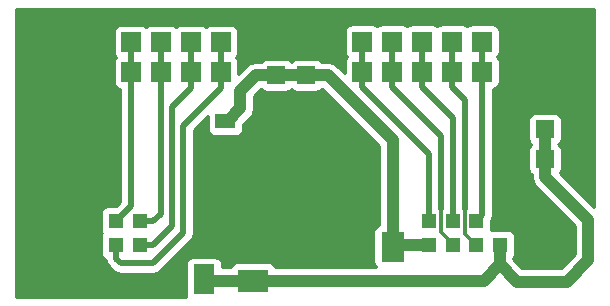
<source format=gbr>
G04 #@! TF.FileFunction,Copper,L2,Bot,Signal*
%FSLAX46Y46*%
G04 Gerber Fmt 4.6, Leading zero omitted, Abs format (unit mm)*
G04 Created by KiCad (PCBNEW 0.201503110816+5502~22~ubuntu14.10.1-product) date St 11. březen 2015, 18:04:12 CET*
%MOMM*%
G01*
G04 APERTURE LIST*
%ADD10C,0.100000*%
%ADD11R,1.300000X1.300000*%
%ADD12R,1.950720X2.499360*%
%ADD13R,1.651000X1.651000*%
%ADD14C,6.000000*%
%ADD15C,4.000000*%
%ADD16R,1.800860X2.499360*%
%ADD17R,1.699260X1.300480*%
%ADD18R,2.499360X1.950720*%
%ADD19R,1.524000X1.524000*%
%ADD20C,1.000000*%
%ADD21C,0.500000*%
%ADD22C,0.400000*%
%ADD23C,0.300000*%
%ADD24C,0.254000*%
G04 APERTURE END LIST*
D10*
D11*
X143316600Y-55949800D03*
X143316600Y-53949800D03*
X145316600Y-55949800D03*
X145316600Y-53949800D03*
X147316600Y-55949800D03*
X147316600Y-53949800D03*
X149316600Y-55949800D03*
X149316600Y-53949800D03*
D12*
X137134600Y-56108600D03*
X140233400Y-56108600D03*
D13*
X137668000Y-41275000D03*
X137668000Y-38735000D03*
X142748000Y-41275000D03*
X142748000Y-38735000D03*
X147828000Y-41275000D03*
X147828000Y-38735000D03*
X140208000Y-41275000D03*
X140208000Y-38735000D03*
X145288000Y-41275000D03*
X145288000Y-38735000D03*
X118084600Y-41325800D03*
X118084600Y-38785800D03*
X120624600Y-41325800D03*
X120624600Y-38785800D03*
D11*
X116816600Y-53949800D03*
X118816600Y-53949800D03*
X116816600Y-55949800D03*
X118816600Y-55949800D03*
D13*
X125704600Y-41325800D03*
X125704600Y-38785800D03*
X123164600Y-41325800D03*
X123164600Y-38785800D03*
D14*
X153136600Y-40109800D03*
X112496600Y-40109800D03*
D15*
X153316600Y-55549800D03*
X112316600Y-55549800D03*
D14*
X132816600Y-50269800D03*
D16*
X124256800Y-54871620D03*
X124256800Y-58869580D03*
D17*
X126085600Y-48943260D03*
X126085600Y-45443140D03*
D18*
X128422400Y-55880000D03*
X128422400Y-58978800D03*
D19*
X155676600Y-46151800D03*
X155676600Y-48691800D03*
X153136600Y-46151800D03*
X153136600Y-48691800D03*
X150596600Y-46151800D03*
X150596600Y-48691800D03*
X132943600Y-44119800D03*
X130403600Y-44119800D03*
X132943600Y-41579800D03*
X130403600Y-41579800D03*
X132943600Y-39039800D03*
X130403600Y-39039800D03*
D20*
X149316600Y-55949800D02*
X149316600Y-57599800D01*
X149316600Y-57599800D02*
X147937600Y-58978800D01*
X147937600Y-58978800D02*
X130672080Y-58978800D01*
X130672080Y-58978800D02*
X128422400Y-58978800D01*
X156816601Y-53869799D02*
X153136600Y-50189798D01*
X149316600Y-57599800D02*
X150766601Y-59049801D01*
X156816601Y-57229801D02*
X156816601Y-53869799D01*
X150766601Y-59049801D02*
X154996601Y-59049801D01*
X154996601Y-59049801D02*
X156816601Y-57229801D01*
X153136600Y-50189798D02*
X153136600Y-48691800D01*
X149294600Y-55971800D02*
X149316600Y-55949800D01*
X153120600Y-48707800D02*
X153136600Y-48691800D01*
X153136600Y-46151800D02*
X153136600Y-48691800D01*
X124366020Y-58978800D02*
X124256800Y-58869580D01*
X128422400Y-58978800D02*
X124366020Y-58978800D01*
X140252200Y-56159400D02*
X140252200Y-47062900D01*
X143316600Y-55949800D02*
X140461800Y-55949800D01*
X140461800Y-55949800D02*
X140252200Y-56159400D01*
X140252200Y-47062900D02*
X134769100Y-41579800D01*
X134769100Y-41579800D02*
X132229100Y-41579800D01*
X132229100Y-41579800D02*
X130403600Y-41579800D01*
X134769100Y-41579800D02*
X132943600Y-41579800D01*
X126284990Y-45443140D02*
X126085600Y-45443140D01*
X128641600Y-41579800D02*
X130403600Y-41579800D01*
X127334156Y-42887244D02*
X128641600Y-41579800D01*
X127334156Y-44393974D02*
X127334156Y-42887244D01*
X127334156Y-44393974D02*
X126284990Y-45443140D01*
D21*
X137668000Y-42600500D02*
X143316600Y-48249100D01*
X143316600Y-52799800D02*
X143316600Y-53949800D01*
X143316600Y-48249100D02*
X143316600Y-52799800D01*
X137668000Y-41275000D02*
X137668000Y-42600500D01*
X137668000Y-38735000D02*
X137668000Y-41275000D01*
X142748000Y-41275000D02*
X142748000Y-42600500D01*
X142748000Y-38735000D02*
X142748000Y-41275000D01*
X145316600Y-45169100D02*
X145316600Y-52799800D01*
X142748000Y-42600500D02*
X145316600Y-45169100D01*
X145316600Y-52799800D02*
X145316600Y-53949800D01*
X147828000Y-38735000D02*
X147828000Y-41275000D01*
X147828000Y-41275000D02*
X147828000Y-53438400D01*
X147828000Y-53438400D02*
X147316600Y-53949800D01*
D22*
X147316600Y-53949800D02*
X147316600Y-53793800D01*
D23*
X147316600Y-55949800D02*
X147313600Y-55949800D01*
X147313600Y-55949800D02*
X146366599Y-55002799D01*
X146366599Y-55002799D02*
X146366599Y-52899799D01*
D21*
X146366599Y-43679099D02*
X146366599Y-52899799D01*
X145288000Y-42600500D02*
X146366599Y-43679099D01*
X145288000Y-41275000D02*
X145288000Y-42600500D01*
X145288000Y-38735000D02*
X145288000Y-41275000D01*
X140208000Y-42600500D02*
X144366599Y-46759099D01*
X144366599Y-46759099D02*
X144366599Y-52899799D01*
D23*
X145316600Y-55839798D02*
X144366599Y-54889797D01*
X145316600Y-55949800D02*
X145316600Y-55839798D01*
X144366599Y-54889797D02*
X144366599Y-52899799D01*
D21*
X140208000Y-41275000D02*
X140208000Y-42600500D01*
X140208000Y-38735000D02*
X140208000Y-41275000D01*
X118084600Y-41325800D02*
X118084600Y-52681800D01*
X118084600Y-52681800D02*
X116816600Y-53949800D01*
X118084600Y-38785800D02*
X118084600Y-41325800D01*
X119966600Y-55949800D02*
X118816600Y-55949800D01*
X123164600Y-38785800D02*
X123164600Y-41325800D01*
X123164600Y-42651300D02*
X121561267Y-44254633D01*
X121561267Y-44254633D02*
X121561267Y-54355133D01*
X123164600Y-41325800D02*
X123164600Y-42651300D01*
X121561267Y-54355133D02*
X119966600Y-55949800D01*
X120624600Y-41325800D02*
X120624600Y-53291800D01*
X120624600Y-53291800D02*
X119966600Y-53949800D01*
X120624600Y-38785800D02*
X120624600Y-41325800D01*
X119966600Y-53949800D02*
X118816600Y-53949800D01*
X125704600Y-38785800D02*
X125704600Y-41325800D01*
X116816600Y-57099800D02*
X116816600Y-55949800D01*
X117222400Y-57505600D02*
X116816600Y-57099800D01*
X119938800Y-57505600D02*
X117222400Y-57505600D01*
X122504992Y-54939408D02*
X119938800Y-57505600D01*
X122504992Y-45850908D02*
X122504992Y-54939408D01*
X125704600Y-42651300D02*
X122504992Y-45850908D01*
X125704600Y-41325800D02*
X125704600Y-42651300D01*
D24*
G36*
X157275600Y-52723666D02*
X154399016Y-49847082D01*
X154495977Y-49703440D01*
X154546040Y-49453800D01*
X154546040Y-47929800D01*
X154499063Y-47687677D01*
X154359273Y-47474873D01*
X154281058Y-47422077D01*
X154353527Y-47374473D01*
X154495977Y-47163440D01*
X154546040Y-46913800D01*
X154546040Y-45389800D01*
X154499063Y-45147677D01*
X154359273Y-44934873D01*
X154148240Y-44792423D01*
X153898600Y-44742360D01*
X152374600Y-44742360D01*
X152132477Y-44789337D01*
X151919673Y-44929127D01*
X151777223Y-45140160D01*
X151727160Y-45389800D01*
X151727160Y-46913800D01*
X151774137Y-47155923D01*
X151913927Y-47368727D01*
X151992141Y-47421522D01*
X151919673Y-47469127D01*
X151777223Y-47680160D01*
X151727160Y-47929800D01*
X151727160Y-49453800D01*
X151774137Y-49695923D01*
X151913927Y-49908727D01*
X152001600Y-49967907D01*
X152001600Y-50189798D01*
X152087997Y-50624144D01*
X152334034Y-50992364D01*
X155681601Y-54339931D01*
X155681601Y-56759669D01*
X154526469Y-57914801D01*
X151236732Y-57914801D01*
X150451600Y-57129668D01*
X150451600Y-57015921D01*
X150563977Y-56849440D01*
X150614040Y-56599800D01*
X150614040Y-55299800D01*
X150567063Y-55057677D01*
X150427273Y-54844873D01*
X150216240Y-54702423D01*
X149966600Y-54652360D01*
X148666600Y-54652360D01*
X148600944Y-54665098D01*
X148614040Y-54599800D01*
X148614040Y-53824357D01*
X148614040Y-53824356D01*
X148645633Y-53777075D01*
X148645633Y-53777074D01*
X148656810Y-53720884D01*
X148713000Y-53438400D01*
X148713001Y-53438400D01*
X148713000Y-53438394D01*
X148713000Y-42736395D01*
X148895623Y-42700963D01*
X149108427Y-42561173D01*
X149250877Y-42350140D01*
X149300940Y-42100500D01*
X149300940Y-40449500D01*
X149253963Y-40207377D01*
X149120194Y-40003739D01*
X149250877Y-39810140D01*
X149300940Y-39560500D01*
X149300940Y-37909500D01*
X149253963Y-37667377D01*
X149114173Y-37454573D01*
X148903140Y-37312123D01*
X148653500Y-37262060D01*
X147002500Y-37262060D01*
X146760377Y-37309037D01*
X146556739Y-37442805D01*
X146363140Y-37312123D01*
X146113500Y-37262060D01*
X144462500Y-37262060D01*
X144220377Y-37309037D01*
X144016739Y-37442805D01*
X143823140Y-37312123D01*
X143573500Y-37262060D01*
X141922500Y-37262060D01*
X141680377Y-37309037D01*
X141476739Y-37442805D01*
X141283140Y-37312123D01*
X141033500Y-37262060D01*
X139382500Y-37262060D01*
X139140377Y-37309037D01*
X138936739Y-37442805D01*
X138743140Y-37312123D01*
X138493500Y-37262060D01*
X136842500Y-37262060D01*
X136600377Y-37309037D01*
X136387573Y-37448827D01*
X136245123Y-37659860D01*
X136195060Y-37909500D01*
X136195060Y-39560500D01*
X136242037Y-39802623D01*
X136375805Y-40006260D01*
X136245123Y-40199860D01*
X136195060Y-40449500D01*
X136195060Y-41400628D01*
X135571666Y-40777234D01*
X135203446Y-40531197D01*
X134769100Y-40444800D01*
X134220090Y-40444800D01*
X134166273Y-40362873D01*
X133955240Y-40220423D01*
X133705600Y-40170360D01*
X132181600Y-40170360D01*
X131939477Y-40217337D01*
X131726673Y-40357127D01*
X131673877Y-40435341D01*
X131626273Y-40362873D01*
X131415240Y-40220423D01*
X131165600Y-40170360D01*
X129641600Y-40170360D01*
X129399477Y-40217337D01*
X129186673Y-40357127D01*
X129127492Y-40444800D01*
X128641600Y-40444800D01*
X128207254Y-40531197D01*
X127839034Y-40777234D01*
X127177540Y-41438728D01*
X127177540Y-40500300D01*
X127130563Y-40258177D01*
X126996794Y-40054539D01*
X127127477Y-39860940D01*
X127177540Y-39611300D01*
X127177540Y-37960300D01*
X127130563Y-37718177D01*
X126990773Y-37505373D01*
X126779740Y-37362923D01*
X126530100Y-37312860D01*
X124879100Y-37312860D01*
X124636977Y-37359837D01*
X124433339Y-37493605D01*
X124239740Y-37362923D01*
X123990100Y-37312860D01*
X122339100Y-37312860D01*
X122096977Y-37359837D01*
X121893339Y-37493605D01*
X121699740Y-37362923D01*
X121450100Y-37312860D01*
X119799100Y-37312860D01*
X119556977Y-37359837D01*
X119353339Y-37493605D01*
X119159740Y-37362923D01*
X118910100Y-37312860D01*
X117259100Y-37312860D01*
X117016977Y-37359837D01*
X116804173Y-37499627D01*
X116661723Y-37710660D01*
X116611660Y-37960300D01*
X116611660Y-39611300D01*
X116658637Y-39853423D01*
X116792405Y-40057060D01*
X116661723Y-40250660D01*
X116611660Y-40500300D01*
X116611660Y-42151300D01*
X116658637Y-42393423D01*
X116798427Y-42606227D01*
X117009460Y-42748677D01*
X117199600Y-42786807D01*
X117199600Y-52315220D01*
X116862460Y-52652360D01*
X116166600Y-52652360D01*
X115924477Y-52699337D01*
X115711673Y-52839127D01*
X115569223Y-53050160D01*
X115519160Y-53299800D01*
X115519160Y-54599800D01*
X115566137Y-54841923D01*
X115636984Y-54949774D01*
X115569223Y-55050160D01*
X115519160Y-55299800D01*
X115519160Y-56599800D01*
X115566137Y-56841923D01*
X115705927Y-57054727D01*
X115916960Y-57197177D01*
X115952381Y-57204280D01*
X115952382Y-57204280D01*
X115987789Y-57382284D01*
X115998967Y-57438475D01*
X116190810Y-57725590D01*
X116596607Y-58131386D01*
X116596610Y-58131390D01*
X116596611Y-58131390D01*
X116883725Y-58323233D01*
X116883726Y-58323233D01*
X116939915Y-58334410D01*
X117222400Y-58390601D01*
X117222400Y-58390600D01*
X117222405Y-58390600D01*
X119938794Y-58390600D01*
X119938800Y-58390601D01*
X119938800Y-58390600D01*
X120221284Y-58334410D01*
X120277474Y-58323233D01*
X120277475Y-58323233D01*
X120564590Y-58131390D01*
X123130778Y-55565200D01*
X123130782Y-55565198D01*
X123130782Y-55565197D01*
X123258967Y-55373354D01*
X123322625Y-55278083D01*
X123322626Y-55278082D01*
X123389992Y-54939408D01*
X123389993Y-54939408D01*
X123389992Y-54939402D01*
X123389992Y-46217487D01*
X124588530Y-45018949D01*
X124588530Y-46093380D01*
X124635507Y-46335503D01*
X124775297Y-46548307D01*
X124986330Y-46690757D01*
X125235970Y-46740820D01*
X126935230Y-46740820D01*
X127177353Y-46693843D01*
X127390157Y-46554053D01*
X127532607Y-46343020D01*
X127582670Y-46093380D01*
X127582670Y-45750592D01*
X128136722Y-45196540D01*
X128382759Y-44828320D01*
X128382759Y-44828319D01*
X128469156Y-44393974D01*
X128469156Y-43357376D01*
X129111732Y-42714800D01*
X129127109Y-42714800D01*
X129180927Y-42796727D01*
X129391960Y-42939177D01*
X129641600Y-42989240D01*
X131165600Y-42989240D01*
X131407723Y-42942263D01*
X131620527Y-42802473D01*
X131673322Y-42724258D01*
X131720927Y-42796727D01*
X131931960Y-42939177D01*
X132181600Y-42989240D01*
X133705600Y-42989240D01*
X133947723Y-42942263D01*
X134160527Y-42802473D01*
X134219707Y-42714800D01*
X134298968Y-42714800D01*
X139117200Y-47533032D01*
X139117200Y-54238805D01*
X139015917Y-54258457D01*
X138803113Y-54398247D01*
X138660663Y-54609280D01*
X138610600Y-54858920D01*
X138610600Y-57358280D01*
X138657577Y-57600403D01*
X138797367Y-57813207D01*
X138842689Y-57843800D01*
X130672080Y-57843800D01*
X130288546Y-57843800D01*
X130272543Y-57761317D01*
X130132753Y-57548513D01*
X129921720Y-57406063D01*
X129672080Y-57356000D01*
X127172720Y-57356000D01*
X126930597Y-57402977D01*
X126717793Y-57542767D01*
X126575343Y-57753800D01*
X126557294Y-57843800D01*
X125804670Y-57843800D01*
X125804670Y-57619900D01*
X125757693Y-57377777D01*
X125617903Y-57164973D01*
X125406870Y-57022523D01*
X125157230Y-56972460D01*
X123356370Y-56972460D01*
X123114247Y-57019437D01*
X122901443Y-57159227D01*
X122758993Y-57370260D01*
X122708930Y-57619900D01*
X122708930Y-60119260D01*
X122755907Y-60361383D01*
X122765902Y-60376600D01*
X108357600Y-60376600D01*
X108357600Y-35970800D01*
X157275600Y-35970800D01*
X157275600Y-52723666D01*
X157275600Y-52723666D01*
G37*
X157275600Y-52723666D02*
X154399016Y-49847082D01*
X154495977Y-49703440D01*
X154546040Y-49453800D01*
X154546040Y-47929800D01*
X154499063Y-47687677D01*
X154359273Y-47474873D01*
X154281058Y-47422077D01*
X154353527Y-47374473D01*
X154495977Y-47163440D01*
X154546040Y-46913800D01*
X154546040Y-45389800D01*
X154499063Y-45147677D01*
X154359273Y-44934873D01*
X154148240Y-44792423D01*
X153898600Y-44742360D01*
X152374600Y-44742360D01*
X152132477Y-44789337D01*
X151919673Y-44929127D01*
X151777223Y-45140160D01*
X151727160Y-45389800D01*
X151727160Y-46913800D01*
X151774137Y-47155923D01*
X151913927Y-47368727D01*
X151992141Y-47421522D01*
X151919673Y-47469127D01*
X151777223Y-47680160D01*
X151727160Y-47929800D01*
X151727160Y-49453800D01*
X151774137Y-49695923D01*
X151913927Y-49908727D01*
X152001600Y-49967907D01*
X152001600Y-50189798D01*
X152087997Y-50624144D01*
X152334034Y-50992364D01*
X155681601Y-54339931D01*
X155681601Y-56759669D01*
X154526469Y-57914801D01*
X151236732Y-57914801D01*
X150451600Y-57129668D01*
X150451600Y-57015921D01*
X150563977Y-56849440D01*
X150614040Y-56599800D01*
X150614040Y-55299800D01*
X150567063Y-55057677D01*
X150427273Y-54844873D01*
X150216240Y-54702423D01*
X149966600Y-54652360D01*
X148666600Y-54652360D01*
X148600944Y-54665098D01*
X148614040Y-54599800D01*
X148614040Y-53824357D01*
X148614040Y-53824356D01*
X148645633Y-53777075D01*
X148645633Y-53777074D01*
X148656810Y-53720884D01*
X148713000Y-53438400D01*
X148713001Y-53438400D01*
X148713000Y-53438394D01*
X148713000Y-42736395D01*
X148895623Y-42700963D01*
X149108427Y-42561173D01*
X149250877Y-42350140D01*
X149300940Y-42100500D01*
X149300940Y-40449500D01*
X149253963Y-40207377D01*
X149120194Y-40003739D01*
X149250877Y-39810140D01*
X149300940Y-39560500D01*
X149300940Y-37909500D01*
X149253963Y-37667377D01*
X149114173Y-37454573D01*
X148903140Y-37312123D01*
X148653500Y-37262060D01*
X147002500Y-37262060D01*
X146760377Y-37309037D01*
X146556739Y-37442805D01*
X146363140Y-37312123D01*
X146113500Y-37262060D01*
X144462500Y-37262060D01*
X144220377Y-37309037D01*
X144016739Y-37442805D01*
X143823140Y-37312123D01*
X143573500Y-37262060D01*
X141922500Y-37262060D01*
X141680377Y-37309037D01*
X141476739Y-37442805D01*
X141283140Y-37312123D01*
X141033500Y-37262060D01*
X139382500Y-37262060D01*
X139140377Y-37309037D01*
X138936739Y-37442805D01*
X138743140Y-37312123D01*
X138493500Y-37262060D01*
X136842500Y-37262060D01*
X136600377Y-37309037D01*
X136387573Y-37448827D01*
X136245123Y-37659860D01*
X136195060Y-37909500D01*
X136195060Y-39560500D01*
X136242037Y-39802623D01*
X136375805Y-40006260D01*
X136245123Y-40199860D01*
X136195060Y-40449500D01*
X136195060Y-41400628D01*
X135571666Y-40777234D01*
X135203446Y-40531197D01*
X134769100Y-40444800D01*
X134220090Y-40444800D01*
X134166273Y-40362873D01*
X133955240Y-40220423D01*
X133705600Y-40170360D01*
X132181600Y-40170360D01*
X131939477Y-40217337D01*
X131726673Y-40357127D01*
X131673877Y-40435341D01*
X131626273Y-40362873D01*
X131415240Y-40220423D01*
X131165600Y-40170360D01*
X129641600Y-40170360D01*
X129399477Y-40217337D01*
X129186673Y-40357127D01*
X129127492Y-40444800D01*
X128641600Y-40444800D01*
X128207254Y-40531197D01*
X127839034Y-40777234D01*
X127177540Y-41438728D01*
X127177540Y-40500300D01*
X127130563Y-40258177D01*
X126996794Y-40054539D01*
X127127477Y-39860940D01*
X127177540Y-39611300D01*
X127177540Y-37960300D01*
X127130563Y-37718177D01*
X126990773Y-37505373D01*
X126779740Y-37362923D01*
X126530100Y-37312860D01*
X124879100Y-37312860D01*
X124636977Y-37359837D01*
X124433339Y-37493605D01*
X124239740Y-37362923D01*
X123990100Y-37312860D01*
X122339100Y-37312860D01*
X122096977Y-37359837D01*
X121893339Y-37493605D01*
X121699740Y-37362923D01*
X121450100Y-37312860D01*
X119799100Y-37312860D01*
X119556977Y-37359837D01*
X119353339Y-37493605D01*
X119159740Y-37362923D01*
X118910100Y-37312860D01*
X117259100Y-37312860D01*
X117016977Y-37359837D01*
X116804173Y-37499627D01*
X116661723Y-37710660D01*
X116611660Y-37960300D01*
X116611660Y-39611300D01*
X116658637Y-39853423D01*
X116792405Y-40057060D01*
X116661723Y-40250660D01*
X116611660Y-40500300D01*
X116611660Y-42151300D01*
X116658637Y-42393423D01*
X116798427Y-42606227D01*
X117009460Y-42748677D01*
X117199600Y-42786807D01*
X117199600Y-52315220D01*
X116862460Y-52652360D01*
X116166600Y-52652360D01*
X115924477Y-52699337D01*
X115711673Y-52839127D01*
X115569223Y-53050160D01*
X115519160Y-53299800D01*
X115519160Y-54599800D01*
X115566137Y-54841923D01*
X115636984Y-54949774D01*
X115569223Y-55050160D01*
X115519160Y-55299800D01*
X115519160Y-56599800D01*
X115566137Y-56841923D01*
X115705927Y-57054727D01*
X115916960Y-57197177D01*
X115952381Y-57204280D01*
X115952382Y-57204280D01*
X115987789Y-57382284D01*
X115998967Y-57438475D01*
X116190810Y-57725590D01*
X116596607Y-58131386D01*
X116596610Y-58131390D01*
X116596611Y-58131390D01*
X116883725Y-58323233D01*
X116883726Y-58323233D01*
X116939915Y-58334410D01*
X117222400Y-58390601D01*
X117222400Y-58390600D01*
X117222405Y-58390600D01*
X119938794Y-58390600D01*
X119938800Y-58390601D01*
X119938800Y-58390600D01*
X120221284Y-58334410D01*
X120277474Y-58323233D01*
X120277475Y-58323233D01*
X120564590Y-58131390D01*
X123130778Y-55565200D01*
X123130782Y-55565198D01*
X123130782Y-55565197D01*
X123258967Y-55373354D01*
X123322625Y-55278083D01*
X123322626Y-55278082D01*
X123389992Y-54939408D01*
X123389993Y-54939408D01*
X123389992Y-54939402D01*
X123389992Y-46217487D01*
X124588530Y-45018949D01*
X124588530Y-46093380D01*
X124635507Y-46335503D01*
X124775297Y-46548307D01*
X124986330Y-46690757D01*
X125235970Y-46740820D01*
X126935230Y-46740820D01*
X127177353Y-46693843D01*
X127390157Y-46554053D01*
X127532607Y-46343020D01*
X127582670Y-46093380D01*
X127582670Y-45750592D01*
X128136722Y-45196540D01*
X128382759Y-44828320D01*
X128382759Y-44828319D01*
X128469156Y-44393974D01*
X128469156Y-43357376D01*
X129111732Y-42714800D01*
X129127109Y-42714800D01*
X129180927Y-42796727D01*
X129391960Y-42939177D01*
X129641600Y-42989240D01*
X131165600Y-42989240D01*
X131407723Y-42942263D01*
X131620527Y-42802473D01*
X131673322Y-42724258D01*
X131720927Y-42796727D01*
X131931960Y-42939177D01*
X132181600Y-42989240D01*
X133705600Y-42989240D01*
X133947723Y-42942263D01*
X134160527Y-42802473D01*
X134219707Y-42714800D01*
X134298968Y-42714800D01*
X139117200Y-47533032D01*
X139117200Y-54238805D01*
X139015917Y-54258457D01*
X138803113Y-54398247D01*
X138660663Y-54609280D01*
X138610600Y-54858920D01*
X138610600Y-57358280D01*
X138657577Y-57600403D01*
X138797367Y-57813207D01*
X138842689Y-57843800D01*
X130672080Y-57843800D01*
X130288546Y-57843800D01*
X130272543Y-57761317D01*
X130132753Y-57548513D01*
X129921720Y-57406063D01*
X129672080Y-57356000D01*
X127172720Y-57356000D01*
X126930597Y-57402977D01*
X126717793Y-57542767D01*
X126575343Y-57753800D01*
X126557294Y-57843800D01*
X125804670Y-57843800D01*
X125804670Y-57619900D01*
X125757693Y-57377777D01*
X125617903Y-57164973D01*
X125406870Y-57022523D01*
X125157230Y-56972460D01*
X123356370Y-56972460D01*
X123114247Y-57019437D01*
X122901443Y-57159227D01*
X122758993Y-57370260D01*
X122708930Y-57619900D01*
X122708930Y-60119260D01*
X122755907Y-60361383D01*
X122765902Y-60376600D01*
X108357600Y-60376600D01*
X108357600Y-35970800D01*
X157275600Y-35970800D01*
X157275600Y-52723666D01*
M02*

</source>
